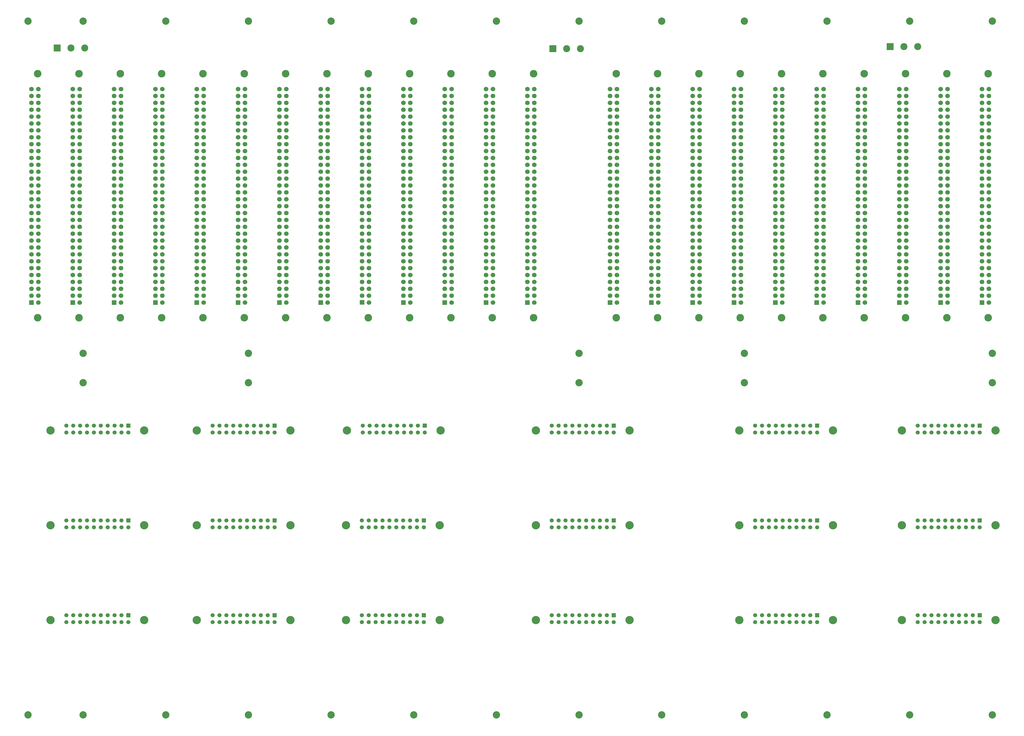
<source format=gbr>
G04 #@! TF.GenerationSoftware,KiCad,Pcbnew,(5.0.0)*
G04 #@! TF.CreationDate,2020-07-19T12:26:23+01:00*
G04 #@! TF.ProjectId,Backplane1,4261636B706C616E65312E6B69636164,rev?*
G04 #@! TF.SameCoordinates,Original*
G04 #@! TF.FileFunction,Soldermask,Top*
G04 #@! TF.FilePolarity,Negative*
%FSLAX46Y46*%
G04 Gerber Fmt 4.6, Leading zero omitted, Abs format (unit mm)*
G04 Created by KiCad (PCBNEW (5.0.0)) date 07/19/20 12:26:23*
%MOMM*%
%LPD*%
G01*
G04 APERTURE LIST*
%ADD10C,2.700000*%
%ADD11R,2.600000X2.600000*%
%ADD12C,2.600000*%
%ADD13C,2.800000*%
%ADD14C,1.700000*%
%ADD15R,1.700000X1.700000*%
%ADD16C,1.520000*%
%ADD17R,1.520000X1.520000*%
%ADD18C,3.050000*%
G04 APERTURE END LIST*
D10*
G04 #@! TO.C,TH335*
X39370000Y-286680000D03*
G04 #@! TD*
G04 #@! TO.C,TH53*
X313690000Y-30830000D03*
G04 #@! TD*
G04 #@! TO.C,TH3*
X222250000Y-164180000D03*
G04 #@! TD*
G04 #@! TO.C,TH4*
X222250000Y-286680000D03*
G04 #@! TD*
G04 #@! TO.C,TH251*
X283210000Y-164180000D03*
G04 #@! TD*
G04 #@! TO.C,TH239*
X100330000Y-164180000D03*
G04 #@! TD*
G04 #@! TO.C,TH235*
X39370000Y-164180000D03*
G04 #@! TD*
G04 #@! TO.C,TH151*
X283210000Y-153330000D03*
G04 #@! TD*
G04 #@! TO.C,TH139*
X100330000Y-153330000D03*
G04 #@! TD*
G04 #@! TO.C,TH135*
X39370000Y-153330000D03*
G04 #@! TD*
G04 #@! TO.C,TH2*
X222250000Y-153330000D03*
G04 #@! TD*
G04 #@! TO.C,TH1*
X222250000Y-30830000D03*
G04 #@! TD*
G04 #@! TO.C,TH45*
X191770000Y-30830000D03*
G04 #@! TD*
G04 #@! TO.C,TH33*
X19050000Y-30830000D03*
G04 #@! TD*
G04 #@! TO.C,TH35*
X39370000Y-30830000D03*
G04 #@! TD*
G04 #@! TO.C,TH37*
X69850000Y-30830000D03*
G04 #@! TD*
G04 #@! TO.C,TH39*
X100330000Y-30830000D03*
G04 #@! TD*
G04 #@! TO.C,TH41*
X130810000Y-30830000D03*
G04 #@! TD*
G04 #@! TO.C,TH43*
X161290000Y-30830000D03*
G04 #@! TD*
G04 #@! TO.C,TH49*
X252730000Y-30830000D03*
G04 #@! TD*
G04 #@! TO.C,TH51*
X283210000Y-30830000D03*
G04 #@! TD*
G04 #@! TO.C,TH55*
X344170000Y-30830000D03*
G04 #@! TD*
G04 #@! TO.C,TH333*
X19050000Y-286680000D03*
G04 #@! TD*
G04 #@! TO.C,TH337*
X69850000Y-286680000D03*
G04 #@! TD*
G04 #@! TO.C,TH339*
X100330000Y-286680000D03*
G04 #@! TD*
G04 #@! TO.C,TH341*
X130810000Y-286680000D03*
G04 #@! TD*
G04 #@! TO.C,TH343*
X161290000Y-286680000D03*
G04 #@! TD*
G04 #@! TO.C,TH345*
X191770000Y-286680000D03*
G04 #@! TD*
G04 #@! TO.C,TH348*
X252730000Y-286680000D03*
G04 #@! TD*
G04 #@! TO.C,TH350*
X283210000Y-286680000D03*
G04 #@! TD*
G04 #@! TO.C,TH352*
X313690000Y-286680000D03*
G04 #@! TD*
G04 #@! TO.C,TH354*
X344170000Y-286680000D03*
G04 #@! TD*
G04 #@! TO.C,TH256*
X374650000Y-164180000D03*
G04 #@! TD*
G04 #@! TO.C,TH156*
X374650000Y-153330000D03*
G04 #@! TD*
G04 #@! TO.C,TH56*
X374650000Y-30830000D03*
G04 #@! TD*
G04 #@! TO.C,TH356*
X374650000Y-286680000D03*
G04 #@! TD*
D11*
G04 #@! TO.C,J1*
X212598000Y-40982900D03*
D12*
X217678000Y-40982900D03*
X222758000Y-40982900D03*
G04 #@! TD*
D13*
G04 #@! TO.C,J34*
X22560000Y-50250000D03*
X22560000Y-140250000D03*
D14*
X22860000Y-55880000D03*
X20320000Y-55880000D03*
X22860000Y-58420000D03*
X20320000Y-58420000D03*
X22860000Y-60960000D03*
X20320000Y-60960000D03*
X22860000Y-63500000D03*
X20320000Y-63500000D03*
X22860000Y-66040000D03*
X20320000Y-66040000D03*
X22860000Y-68580000D03*
X20320000Y-68580000D03*
X22860000Y-71120000D03*
X20320000Y-71120000D03*
X22860000Y-73660000D03*
X20320000Y-73660000D03*
X22860000Y-76200000D03*
X20320000Y-76200000D03*
X22860000Y-78740000D03*
X20320000Y-78740000D03*
X22860000Y-81280000D03*
X20320000Y-81280000D03*
X22860000Y-83820000D03*
X20320000Y-83820000D03*
X22860000Y-86360000D03*
X20320000Y-86360000D03*
X22860000Y-88900000D03*
X20320000Y-88900000D03*
X22860000Y-91440000D03*
X20320000Y-91440000D03*
X22860000Y-93980000D03*
X20320000Y-93980000D03*
X22860000Y-96520000D03*
X20320000Y-96520000D03*
X22860000Y-99060000D03*
X20320000Y-99060000D03*
X22860000Y-101600000D03*
X20320000Y-101600000D03*
X22860000Y-104140000D03*
X20320000Y-104140000D03*
X22860000Y-106680000D03*
X20320000Y-106680000D03*
X22860000Y-109220000D03*
X20320000Y-109220000D03*
X22860000Y-111760000D03*
X20320000Y-111760000D03*
X22860000Y-114300000D03*
X20320000Y-114300000D03*
X22860000Y-116840000D03*
X20320000Y-116840000D03*
X22860000Y-119380000D03*
X20320000Y-119380000D03*
X22860000Y-121920000D03*
X20320000Y-121920000D03*
X22860000Y-124460000D03*
X20320000Y-124460000D03*
X22860000Y-127000000D03*
X20320000Y-127000000D03*
X22860000Y-129540000D03*
X20320000Y-129540000D03*
X22860000Y-132080000D03*
X20320000Y-132080000D03*
X22860000Y-134620000D03*
D15*
X20320000Y-134620000D03*
G04 #@! TD*
D13*
G04 #@! TO.C,J35*
X37800000Y-50250000D03*
X37800000Y-140250000D03*
D14*
X38100000Y-55880000D03*
X35560000Y-55880000D03*
X38100000Y-58420000D03*
X35560000Y-58420000D03*
X38100000Y-60960000D03*
X35560000Y-60960000D03*
X38100000Y-63500000D03*
X35560000Y-63500000D03*
X38100000Y-66040000D03*
X35560000Y-66040000D03*
X38100000Y-68580000D03*
X35560000Y-68580000D03*
X38100000Y-71120000D03*
X35560000Y-71120000D03*
X38100000Y-73660000D03*
X35560000Y-73660000D03*
X38100000Y-76200000D03*
X35560000Y-76200000D03*
X38100000Y-78740000D03*
X35560000Y-78740000D03*
X38100000Y-81280000D03*
X35560000Y-81280000D03*
X38100000Y-83820000D03*
X35560000Y-83820000D03*
X38100000Y-86360000D03*
X35560000Y-86360000D03*
X38100000Y-88900000D03*
X35560000Y-88900000D03*
X38100000Y-91440000D03*
X35560000Y-91440000D03*
X38100000Y-93980000D03*
X35560000Y-93980000D03*
X38100000Y-96520000D03*
X35560000Y-96520000D03*
X38100000Y-99060000D03*
X35560000Y-99060000D03*
X38100000Y-101600000D03*
X35560000Y-101600000D03*
X38100000Y-104140000D03*
X35560000Y-104140000D03*
X38100000Y-106680000D03*
X35560000Y-106680000D03*
X38100000Y-109220000D03*
X35560000Y-109220000D03*
X38100000Y-111760000D03*
X35560000Y-111760000D03*
X38100000Y-114300000D03*
X35560000Y-114300000D03*
X38100000Y-116840000D03*
X35560000Y-116840000D03*
X38100000Y-119380000D03*
X35560000Y-119380000D03*
X38100000Y-121920000D03*
X35560000Y-121920000D03*
X38100000Y-124460000D03*
X35560000Y-124460000D03*
X38100000Y-127000000D03*
X35560000Y-127000000D03*
X38100000Y-129540000D03*
X35560000Y-129540000D03*
X38100000Y-132080000D03*
X35560000Y-132080000D03*
X38100000Y-134620000D03*
D15*
X35560000Y-134620000D03*
G04 #@! TD*
D13*
G04 #@! TO.C,J36*
X53040000Y-50250000D03*
X53040000Y-140250000D03*
D14*
X53340000Y-55880000D03*
X50800000Y-55880000D03*
X53340000Y-58420000D03*
X50800000Y-58420000D03*
X53340000Y-60960000D03*
X50800000Y-60960000D03*
X53340000Y-63500000D03*
X50800000Y-63500000D03*
X53340000Y-66040000D03*
X50800000Y-66040000D03*
X53340000Y-68580000D03*
X50800000Y-68580000D03*
X53340000Y-71120000D03*
X50800000Y-71120000D03*
X53340000Y-73660000D03*
X50800000Y-73660000D03*
X53340000Y-76200000D03*
X50800000Y-76200000D03*
X53340000Y-78740000D03*
X50800000Y-78740000D03*
X53340000Y-81280000D03*
X50800000Y-81280000D03*
X53340000Y-83820000D03*
X50800000Y-83820000D03*
X53340000Y-86360000D03*
X50800000Y-86360000D03*
X53340000Y-88900000D03*
X50800000Y-88900000D03*
X53340000Y-91440000D03*
X50800000Y-91440000D03*
X53340000Y-93980000D03*
X50800000Y-93980000D03*
X53340000Y-96520000D03*
X50800000Y-96520000D03*
X53340000Y-99060000D03*
X50800000Y-99060000D03*
X53340000Y-101600000D03*
X50800000Y-101600000D03*
X53340000Y-104140000D03*
X50800000Y-104140000D03*
X53340000Y-106680000D03*
X50800000Y-106680000D03*
X53340000Y-109220000D03*
X50800000Y-109220000D03*
X53340000Y-111760000D03*
X50800000Y-111760000D03*
X53340000Y-114300000D03*
X50800000Y-114300000D03*
X53340000Y-116840000D03*
X50800000Y-116840000D03*
X53340000Y-119380000D03*
X50800000Y-119380000D03*
X53340000Y-121920000D03*
X50800000Y-121920000D03*
X53340000Y-124460000D03*
X50800000Y-124460000D03*
X53340000Y-127000000D03*
X50800000Y-127000000D03*
X53340000Y-129540000D03*
X50800000Y-129540000D03*
X53340000Y-132080000D03*
X50800000Y-132080000D03*
X53340000Y-134620000D03*
D15*
X50800000Y-134620000D03*
G04 #@! TD*
D13*
G04 #@! TO.C,J46*
X205440000Y-50250000D03*
X205440000Y-140250000D03*
D14*
X205740000Y-55880000D03*
X203200000Y-55880000D03*
X205740000Y-58420000D03*
X203200000Y-58420000D03*
X205740000Y-60960000D03*
X203200000Y-60960000D03*
X205740000Y-63500000D03*
X203200000Y-63500000D03*
X205740000Y-66040000D03*
X203200000Y-66040000D03*
X205740000Y-68580000D03*
X203200000Y-68580000D03*
X205740000Y-71120000D03*
X203200000Y-71120000D03*
X205740000Y-73660000D03*
X203200000Y-73660000D03*
X205740000Y-76200000D03*
X203200000Y-76200000D03*
X205740000Y-78740000D03*
X203200000Y-78740000D03*
X205740000Y-81280000D03*
X203200000Y-81280000D03*
X205740000Y-83820000D03*
X203200000Y-83820000D03*
X205740000Y-86360000D03*
X203200000Y-86360000D03*
X205740000Y-88900000D03*
X203200000Y-88900000D03*
X205740000Y-91440000D03*
X203200000Y-91440000D03*
X205740000Y-93980000D03*
X203200000Y-93980000D03*
X205740000Y-96520000D03*
X203200000Y-96520000D03*
X205740000Y-99060000D03*
X203200000Y-99060000D03*
X205740000Y-101600000D03*
X203200000Y-101600000D03*
X205740000Y-104140000D03*
X203200000Y-104140000D03*
X205740000Y-106680000D03*
X203200000Y-106680000D03*
X205740000Y-109220000D03*
X203200000Y-109220000D03*
X205740000Y-111760000D03*
X203200000Y-111760000D03*
X205740000Y-114300000D03*
X203200000Y-114300000D03*
X205740000Y-116840000D03*
X203200000Y-116840000D03*
X205740000Y-119380000D03*
X203200000Y-119380000D03*
X205740000Y-121920000D03*
X203200000Y-121920000D03*
X205740000Y-124460000D03*
X203200000Y-124460000D03*
X205740000Y-127000000D03*
X203200000Y-127000000D03*
X205740000Y-129540000D03*
X203200000Y-129540000D03*
X205740000Y-132080000D03*
X203200000Y-132080000D03*
X205740000Y-134620000D03*
D15*
X203200000Y-134620000D03*
G04 #@! TD*
D13*
G04 #@! TO.C,J37*
X68280000Y-50250000D03*
X68280000Y-140250000D03*
D14*
X68580000Y-55880000D03*
X66040000Y-55880000D03*
X68580000Y-58420000D03*
X66040000Y-58420000D03*
X68580000Y-60960000D03*
X66040000Y-60960000D03*
X68580000Y-63500000D03*
X66040000Y-63500000D03*
X68580000Y-66040000D03*
X66040000Y-66040000D03*
X68580000Y-68580000D03*
X66040000Y-68580000D03*
X68580000Y-71120000D03*
X66040000Y-71120000D03*
X68580000Y-73660000D03*
X66040000Y-73660000D03*
X68580000Y-76200000D03*
X66040000Y-76200000D03*
X68580000Y-78740000D03*
X66040000Y-78740000D03*
X68580000Y-81280000D03*
X66040000Y-81280000D03*
X68580000Y-83820000D03*
X66040000Y-83820000D03*
X68580000Y-86360000D03*
X66040000Y-86360000D03*
X68580000Y-88900000D03*
X66040000Y-88900000D03*
X68580000Y-91440000D03*
X66040000Y-91440000D03*
X68580000Y-93980000D03*
X66040000Y-93980000D03*
X68580000Y-96520000D03*
X66040000Y-96520000D03*
X68580000Y-99060000D03*
X66040000Y-99060000D03*
X68580000Y-101600000D03*
X66040000Y-101600000D03*
X68580000Y-104140000D03*
X66040000Y-104140000D03*
X68580000Y-106680000D03*
X66040000Y-106680000D03*
X68580000Y-109220000D03*
X66040000Y-109220000D03*
X68580000Y-111760000D03*
X66040000Y-111760000D03*
X68580000Y-114300000D03*
X66040000Y-114300000D03*
X68580000Y-116840000D03*
X66040000Y-116840000D03*
X68580000Y-119380000D03*
X66040000Y-119380000D03*
X68580000Y-121920000D03*
X66040000Y-121920000D03*
X68580000Y-124460000D03*
X66040000Y-124460000D03*
X68580000Y-127000000D03*
X66040000Y-127000000D03*
X68580000Y-129540000D03*
X66040000Y-129540000D03*
X68580000Y-132080000D03*
X66040000Y-132080000D03*
X68580000Y-134620000D03*
D15*
X66040000Y-134620000D03*
G04 #@! TD*
D13*
G04 #@! TO.C,J38*
X83520000Y-50250000D03*
X83520000Y-140250000D03*
D14*
X83820000Y-55880000D03*
X81280000Y-55880000D03*
X83820000Y-58420000D03*
X81280000Y-58420000D03*
X83820000Y-60960000D03*
X81280000Y-60960000D03*
X83820000Y-63500000D03*
X81280000Y-63500000D03*
X83820000Y-66040000D03*
X81280000Y-66040000D03*
X83820000Y-68580000D03*
X81280000Y-68580000D03*
X83820000Y-71120000D03*
X81280000Y-71120000D03*
X83820000Y-73660000D03*
X81280000Y-73660000D03*
X83820000Y-76200000D03*
X81280000Y-76200000D03*
X83820000Y-78740000D03*
X81280000Y-78740000D03*
X83820000Y-81280000D03*
X81280000Y-81280000D03*
X83820000Y-83820000D03*
X81280000Y-83820000D03*
X83820000Y-86360000D03*
X81280000Y-86360000D03*
X83820000Y-88900000D03*
X81280000Y-88900000D03*
X83820000Y-91440000D03*
X81280000Y-91440000D03*
X83820000Y-93980000D03*
X81280000Y-93980000D03*
X83820000Y-96520000D03*
X81280000Y-96520000D03*
X83820000Y-99060000D03*
X81280000Y-99060000D03*
X83820000Y-101600000D03*
X81280000Y-101600000D03*
X83820000Y-104140000D03*
X81280000Y-104140000D03*
X83820000Y-106680000D03*
X81280000Y-106680000D03*
X83820000Y-109220000D03*
X81280000Y-109220000D03*
X83820000Y-111760000D03*
X81280000Y-111760000D03*
X83820000Y-114300000D03*
X81280000Y-114300000D03*
X83820000Y-116840000D03*
X81280000Y-116840000D03*
X83820000Y-119380000D03*
X81280000Y-119380000D03*
X83820000Y-121920000D03*
X81280000Y-121920000D03*
X83820000Y-124460000D03*
X81280000Y-124460000D03*
X83820000Y-127000000D03*
X81280000Y-127000000D03*
X83820000Y-129540000D03*
X81280000Y-129540000D03*
X83820000Y-132080000D03*
X81280000Y-132080000D03*
X83820000Y-134620000D03*
D15*
X81280000Y-134620000D03*
G04 #@! TD*
D13*
G04 #@! TO.C,J39*
X98760000Y-50250000D03*
X98760000Y-140250000D03*
D14*
X99060000Y-55880000D03*
X96520000Y-55880000D03*
X99060000Y-58420000D03*
X96520000Y-58420000D03*
X99060000Y-60960000D03*
X96520000Y-60960000D03*
X99060000Y-63500000D03*
X96520000Y-63500000D03*
X99060000Y-66040000D03*
X96520000Y-66040000D03*
X99060000Y-68580000D03*
X96520000Y-68580000D03*
X99060000Y-71120000D03*
X96520000Y-71120000D03*
X99060000Y-73660000D03*
X96520000Y-73660000D03*
X99060000Y-76200000D03*
X96520000Y-76200000D03*
X99060000Y-78740000D03*
X96520000Y-78740000D03*
X99060000Y-81280000D03*
X96520000Y-81280000D03*
X99060000Y-83820000D03*
X96520000Y-83820000D03*
X99060000Y-86360000D03*
X96520000Y-86360000D03*
X99060000Y-88900000D03*
X96520000Y-88900000D03*
X99060000Y-91440000D03*
X96520000Y-91440000D03*
X99060000Y-93980000D03*
X96520000Y-93980000D03*
X99060000Y-96520000D03*
X96520000Y-96520000D03*
X99060000Y-99060000D03*
X96520000Y-99060000D03*
X99060000Y-101600000D03*
X96520000Y-101600000D03*
X99060000Y-104140000D03*
X96520000Y-104140000D03*
X99060000Y-106680000D03*
X96520000Y-106680000D03*
X99060000Y-109220000D03*
X96520000Y-109220000D03*
X99060000Y-111760000D03*
X96520000Y-111760000D03*
X99060000Y-114300000D03*
X96520000Y-114300000D03*
X99060000Y-116840000D03*
X96520000Y-116840000D03*
X99060000Y-119380000D03*
X96520000Y-119380000D03*
X99060000Y-121920000D03*
X96520000Y-121920000D03*
X99060000Y-124460000D03*
X96520000Y-124460000D03*
X99060000Y-127000000D03*
X96520000Y-127000000D03*
X99060000Y-129540000D03*
X96520000Y-129540000D03*
X99060000Y-132080000D03*
X96520000Y-132080000D03*
X99060000Y-134620000D03*
D15*
X96520000Y-134620000D03*
G04 #@! TD*
D13*
G04 #@! TO.C,J40*
X114000000Y-50250000D03*
X114000000Y-140250000D03*
D14*
X114300000Y-55880000D03*
X111760000Y-55880000D03*
X114300000Y-58420000D03*
X111760000Y-58420000D03*
X114300000Y-60960000D03*
X111760000Y-60960000D03*
X114300000Y-63500000D03*
X111760000Y-63500000D03*
X114300000Y-66040000D03*
X111760000Y-66040000D03*
X114300000Y-68580000D03*
X111760000Y-68580000D03*
X114300000Y-71120000D03*
X111760000Y-71120000D03*
X114300000Y-73660000D03*
X111760000Y-73660000D03*
X114300000Y-76200000D03*
X111760000Y-76200000D03*
X114300000Y-78740000D03*
X111760000Y-78740000D03*
X114300000Y-81280000D03*
X111760000Y-81280000D03*
X114300000Y-83820000D03*
X111760000Y-83820000D03*
X114300000Y-86360000D03*
X111760000Y-86360000D03*
X114300000Y-88900000D03*
X111760000Y-88900000D03*
X114300000Y-91440000D03*
X111760000Y-91440000D03*
X114300000Y-93980000D03*
X111760000Y-93980000D03*
X114300000Y-96520000D03*
X111760000Y-96520000D03*
X114300000Y-99060000D03*
X111760000Y-99060000D03*
X114300000Y-101600000D03*
X111760000Y-101600000D03*
X114300000Y-104140000D03*
X111760000Y-104140000D03*
X114300000Y-106680000D03*
X111760000Y-106680000D03*
X114300000Y-109220000D03*
X111760000Y-109220000D03*
X114300000Y-111760000D03*
X111760000Y-111760000D03*
X114300000Y-114300000D03*
X111760000Y-114300000D03*
X114300000Y-116840000D03*
X111760000Y-116840000D03*
X114300000Y-119380000D03*
X111760000Y-119380000D03*
X114300000Y-121920000D03*
X111760000Y-121920000D03*
X114300000Y-124460000D03*
X111760000Y-124460000D03*
X114300000Y-127000000D03*
X111760000Y-127000000D03*
X114300000Y-129540000D03*
X111760000Y-129540000D03*
X114300000Y-132080000D03*
X111760000Y-132080000D03*
X114300000Y-134620000D03*
D15*
X111760000Y-134620000D03*
G04 #@! TD*
D13*
G04 #@! TO.C,J41*
X129240000Y-50250000D03*
X129240000Y-140250000D03*
D14*
X129540000Y-55880000D03*
X127000000Y-55880000D03*
X129540000Y-58420000D03*
X127000000Y-58420000D03*
X129540000Y-60960000D03*
X127000000Y-60960000D03*
X129540000Y-63500000D03*
X127000000Y-63500000D03*
X129540000Y-66040000D03*
X127000000Y-66040000D03*
X129540000Y-68580000D03*
X127000000Y-68580000D03*
X129540000Y-71120000D03*
X127000000Y-71120000D03*
X129540000Y-73660000D03*
X127000000Y-73660000D03*
X129540000Y-76200000D03*
X127000000Y-76200000D03*
X129540000Y-78740000D03*
X127000000Y-78740000D03*
X129540000Y-81280000D03*
X127000000Y-81280000D03*
X129540000Y-83820000D03*
X127000000Y-83820000D03*
X129540000Y-86360000D03*
X127000000Y-86360000D03*
X129540000Y-88900000D03*
X127000000Y-88900000D03*
X129540000Y-91440000D03*
X127000000Y-91440000D03*
X129540000Y-93980000D03*
X127000000Y-93980000D03*
X129540000Y-96520000D03*
X127000000Y-96520000D03*
X129540000Y-99060000D03*
X127000000Y-99060000D03*
X129540000Y-101600000D03*
X127000000Y-101600000D03*
X129540000Y-104140000D03*
X127000000Y-104140000D03*
X129540000Y-106680000D03*
X127000000Y-106680000D03*
X129540000Y-109220000D03*
X127000000Y-109220000D03*
X129540000Y-111760000D03*
X127000000Y-111760000D03*
X129540000Y-114300000D03*
X127000000Y-114300000D03*
X129540000Y-116840000D03*
X127000000Y-116840000D03*
X129540000Y-119380000D03*
X127000000Y-119380000D03*
X129540000Y-121920000D03*
X127000000Y-121920000D03*
X129540000Y-124460000D03*
X127000000Y-124460000D03*
X129540000Y-127000000D03*
X127000000Y-127000000D03*
X129540000Y-129540000D03*
X127000000Y-129540000D03*
X129540000Y-132080000D03*
X127000000Y-132080000D03*
X129540000Y-134620000D03*
D15*
X127000000Y-134620000D03*
G04 #@! TD*
D13*
G04 #@! TO.C,J42*
X144480000Y-50250000D03*
X144480000Y-140250000D03*
D14*
X144780000Y-55880000D03*
X142240000Y-55880000D03*
X144780000Y-58420000D03*
X142240000Y-58420000D03*
X144780000Y-60960000D03*
X142240000Y-60960000D03*
X144780000Y-63500000D03*
X142240000Y-63500000D03*
X144780000Y-66040000D03*
X142240000Y-66040000D03*
X144780000Y-68580000D03*
X142240000Y-68580000D03*
X144780000Y-71120000D03*
X142240000Y-71120000D03*
X144780000Y-73660000D03*
X142240000Y-73660000D03*
X144780000Y-76200000D03*
X142240000Y-76200000D03*
X144780000Y-78740000D03*
X142240000Y-78740000D03*
X144780000Y-81280000D03*
X142240000Y-81280000D03*
X144780000Y-83820000D03*
X142240000Y-83820000D03*
X144780000Y-86360000D03*
X142240000Y-86360000D03*
X144780000Y-88900000D03*
X142240000Y-88900000D03*
X144780000Y-91440000D03*
X142240000Y-91440000D03*
X144780000Y-93980000D03*
X142240000Y-93980000D03*
X144780000Y-96520000D03*
X142240000Y-96520000D03*
X144780000Y-99060000D03*
X142240000Y-99060000D03*
X144780000Y-101600000D03*
X142240000Y-101600000D03*
X144780000Y-104140000D03*
X142240000Y-104140000D03*
X144780000Y-106680000D03*
X142240000Y-106680000D03*
X144780000Y-109220000D03*
X142240000Y-109220000D03*
X144780000Y-111760000D03*
X142240000Y-111760000D03*
X144780000Y-114300000D03*
X142240000Y-114300000D03*
X144780000Y-116840000D03*
X142240000Y-116840000D03*
X144780000Y-119380000D03*
X142240000Y-119380000D03*
X144780000Y-121920000D03*
X142240000Y-121920000D03*
X144780000Y-124460000D03*
X142240000Y-124460000D03*
X144780000Y-127000000D03*
X142240000Y-127000000D03*
X144780000Y-129540000D03*
X142240000Y-129540000D03*
X144780000Y-132080000D03*
X142240000Y-132080000D03*
X144780000Y-134620000D03*
D15*
X142240000Y-134556000D03*
G04 #@! TD*
D13*
G04 #@! TO.C,J43*
X159720000Y-50250000D03*
X159720000Y-140250000D03*
D14*
X160020000Y-55880000D03*
X157480000Y-55880000D03*
X160020000Y-58420000D03*
X157480000Y-58420000D03*
X160020000Y-60960000D03*
X157480000Y-60960000D03*
X160020000Y-63500000D03*
X157480000Y-63500000D03*
X160020000Y-66040000D03*
X157480000Y-66040000D03*
X160020000Y-68580000D03*
X157480000Y-68580000D03*
X160020000Y-71120000D03*
X157480000Y-71120000D03*
X160020000Y-73660000D03*
X157480000Y-73660000D03*
X160020000Y-76200000D03*
X157480000Y-76200000D03*
X160020000Y-78740000D03*
X157480000Y-78740000D03*
X160020000Y-81280000D03*
X157480000Y-81280000D03*
X160020000Y-83820000D03*
X157480000Y-83820000D03*
X160020000Y-86360000D03*
X157480000Y-86360000D03*
X160020000Y-88900000D03*
X157480000Y-88900000D03*
X160020000Y-91440000D03*
X157480000Y-91440000D03*
X160020000Y-93980000D03*
X157480000Y-93980000D03*
X160020000Y-96520000D03*
X157480000Y-96520000D03*
X160020000Y-99060000D03*
X157480000Y-99060000D03*
X160020000Y-101600000D03*
X157480000Y-101600000D03*
X160020000Y-104140000D03*
X157480000Y-104140000D03*
X160020000Y-106680000D03*
X157480000Y-106680000D03*
X160020000Y-109220000D03*
X157480000Y-109220000D03*
X160020000Y-111760000D03*
X157480000Y-111760000D03*
X160020000Y-114300000D03*
X157480000Y-114300000D03*
X160020000Y-116840000D03*
X157480000Y-116840000D03*
X160020000Y-119380000D03*
X157480000Y-119380000D03*
X160020000Y-121920000D03*
X157480000Y-121920000D03*
X160020000Y-124460000D03*
X157480000Y-124460000D03*
X160020000Y-127000000D03*
X157480000Y-127000000D03*
X160020000Y-129540000D03*
X157480000Y-129540000D03*
X160020000Y-132080000D03*
X157480000Y-132080000D03*
X160020000Y-134620000D03*
D15*
X157480000Y-134620000D03*
G04 #@! TD*
D13*
G04 #@! TO.C,J44*
X174960000Y-50250000D03*
X174960000Y-140250000D03*
D14*
X175260000Y-55880000D03*
X172720000Y-55880000D03*
X175260000Y-58420000D03*
X172720000Y-58420000D03*
X175260000Y-60960000D03*
X172720000Y-60960000D03*
X175260000Y-63500000D03*
X172720000Y-63500000D03*
X175260000Y-66040000D03*
X172720000Y-66040000D03*
X175260000Y-68580000D03*
X172720000Y-68580000D03*
X175260000Y-71120000D03*
X172720000Y-71120000D03*
X175260000Y-73660000D03*
X172720000Y-73660000D03*
X175260000Y-76200000D03*
X172720000Y-76200000D03*
X175260000Y-78740000D03*
X172720000Y-78740000D03*
X175260000Y-81280000D03*
X172720000Y-81280000D03*
X175260000Y-83820000D03*
X172720000Y-83820000D03*
X175260000Y-86360000D03*
X172720000Y-86360000D03*
X175260000Y-88900000D03*
X172720000Y-88900000D03*
X175260000Y-91440000D03*
X172720000Y-91440000D03*
X175260000Y-93980000D03*
X172720000Y-93980000D03*
X175260000Y-96520000D03*
X172720000Y-96520000D03*
X175260000Y-99060000D03*
X172720000Y-99060000D03*
X175260000Y-101600000D03*
X172720000Y-101600000D03*
X175260000Y-104140000D03*
X172720000Y-104140000D03*
X175260000Y-106680000D03*
X172720000Y-106680000D03*
X175260000Y-109220000D03*
X172720000Y-109220000D03*
X175260000Y-111760000D03*
X172720000Y-111760000D03*
X175260000Y-114300000D03*
X172720000Y-114300000D03*
X175260000Y-116840000D03*
X172720000Y-116840000D03*
X175260000Y-119380000D03*
X172720000Y-119380000D03*
X175260000Y-121920000D03*
X172720000Y-121920000D03*
X175260000Y-124460000D03*
X172720000Y-124460000D03*
X175260000Y-127000000D03*
X172720000Y-127000000D03*
X175260000Y-129540000D03*
X172720000Y-129540000D03*
X175260000Y-132080000D03*
X172720000Y-132080000D03*
X175260000Y-134620000D03*
D15*
X172720000Y-134620000D03*
G04 #@! TD*
D13*
G04 #@! TO.C,J45*
X190200000Y-50250000D03*
X190200000Y-140250000D03*
D14*
X190500000Y-55880000D03*
X187960000Y-55880000D03*
X190500000Y-58420000D03*
X187960000Y-58420000D03*
X190500000Y-60960000D03*
X187960000Y-60960000D03*
X190500000Y-63500000D03*
X187960000Y-63500000D03*
X190500000Y-66040000D03*
X187960000Y-66040000D03*
X190500000Y-68580000D03*
X187960000Y-68580000D03*
X190500000Y-71120000D03*
X187960000Y-71120000D03*
X190500000Y-73660000D03*
X187960000Y-73660000D03*
X190500000Y-76200000D03*
X187960000Y-76200000D03*
X190500000Y-78740000D03*
X187960000Y-78740000D03*
X190500000Y-81280000D03*
X187960000Y-81280000D03*
X190500000Y-83820000D03*
X187960000Y-83820000D03*
X190500000Y-86360000D03*
X187960000Y-86360000D03*
X190500000Y-88900000D03*
X187960000Y-88900000D03*
X190500000Y-91440000D03*
X187960000Y-91440000D03*
X190500000Y-93980000D03*
X187960000Y-93980000D03*
X190500000Y-96520000D03*
X187960000Y-96520000D03*
X190500000Y-99060000D03*
X187960000Y-99060000D03*
X190500000Y-101600000D03*
X187960000Y-101600000D03*
X190500000Y-104140000D03*
X187960000Y-104140000D03*
X190500000Y-106680000D03*
X187960000Y-106680000D03*
X190500000Y-109220000D03*
X187960000Y-109220000D03*
X190500000Y-111760000D03*
X187960000Y-111760000D03*
X190500000Y-114300000D03*
X187960000Y-114300000D03*
X190500000Y-116840000D03*
X187960000Y-116840000D03*
X190500000Y-119380000D03*
X187960000Y-119380000D03*
X190500000Y-121920000D03*
X187960000Y-121920000D03*
X190500000Y-124460000D03*
X187960000Y-124460000D03*
X190500000Y-127000000D03*
X187960000Y-127000000D03*
X190500000Y-129540000D03*
X187960000Y-129540000D03*
X190500000Y-132080000D03*
X187960000Y-132080000D03*
X190500000Y-134620000D03*
D15*
X187960000Y-134620000D03*
G04 #@! TD*
D13*
G04 #@! TO.C,J47*
X235920000Y-50250000D03*
X235920000Y-140250000D03*
D14*
X236220000Y-55880000D03*
X233680000Y-55880000D03*
X236220000Y-58420000D03*
X233680000Y-58420000D03*
X236220000Y-60960000D03*
X233680000Y-60960000D03*
X236220000Y-63500000D03*
X233680000Y-63500000D03*
X236220000Y-66040000D03*
X233680000Y-66040000D03*
X236220000Y-68580000D03*
X233680000Y-68580000D03*
X236220000Y-71120000D03*
X233680000Y-71120000D03*
X236220000Y-73660000D03*
X233680000Y-73660000D03*
X236220000Y-76200000D03*
X233680000Y-76200000D03*
X236220000Y-78740000D03*
X233680000Y-78740000D03*
X236220000Y-81280000D03*
X233680000Y-81280000D03*
X236220000Y-83820000D03*
X233680000Y-83820000D03*
X236220000Y-86360000D03*
X233680000Y-86360000D03*
X236220000Y-88900000D03*
X233680000Y-88900000D03*
X236220000Y-91440000D03*
X233680000Y-91440000D03*
X236220000Y-93980000D03*
X233680000Y-93980000D03*
X236220000Y-96520000D03*
X233680000Y-96520000D03*
X236220000Y-99060000D03*
X233680000Y-99060000D03*
X236220000Y-101600000D03*
X233680000Y-101600000D03*
X236220000Y-104140000D03*
X233680000Y-104140000D03*
X236220000Y-106680000D03*
X233680000Y-106680000D03*
X236220000Y-109220000D03*
X233680000Y-109220000D03*
X236220000Y-111760000D03*
X233680000Y-111760000D03*
X236220000Y-114300000D03*
X233680000Y-114300000D03*
X236220000Y-116840000D03*
X233680000Y-116840000D03*
X236220000Y-119380000D03*
X233680000Y-119380000D03*
X236220000Y-121920000D03*
X233680000Y-121920000D03*
X236220000Y-124460000D03*
X233680000Y-124460000D03*
X236220000Y-127000000D03*
X233680000Y-127000000D03*
X236220000Y-129540000D03*
X233680000Y-129540000D03*
X236220000Y-132080000D03*
X233680000Y-132080000D03*
X236220000Y-134620000D03*
D15*
X233680000Y-134620000D03*
G04 #@! TD*
D13*
G04 #@! TO.C,J48*
X251160000Y-50250000D03*
X251160000Y-140250000D03*
D14*
X251460000Y-55880000D03*
X248920000Y-55880000D03*
X251460000Y-58420000D03*
X248920000Y-58420000D03*
X251460000Y-60960000D03*
X248920000Y-60960000D03*
X251460000Y-63500000D03*
X248920000Y-63500000D03*
X251460000Y-66040000D03*
X248920000Y-66040000D03*
X251460000Y-68580000D03*
X248920000Y-68580000D03*
X251460000Y-71120000D03*
X248920000Y-71120000D03*
X251460000Y-73660000D03*
X248920000Y-73660000D03*
X251460000Y-76200000D03*
X248920000Y-76200000D03*
X251460000Y-78740000D03*
X248920000Y-78740000D03*
X251460000Y-81280000D03*
X248920000Y-81280000D03*
X251460000Y-83820000D03*
X248920000Y-83820000D03*
X251460000Y-86360000D03*
X248920000Y-86360000D03*
X251460000Y-88900000D03*
X248920000Y-88900000D03*
X251460000Y-91440000D03*
X248920000Y-91440000D03*
X251460000Y-93980000D03*
X248920000Y-93980000D03*
X251460000Y-96520000D03*
X248920000Y-96520000D03*
X251460000Y-99060000D03*
X248920000Y-99060000D03*
X251460000Y-101600000D03*
X248920000Y-101600000D03*
X251460000Y-104140000D03*
X248920000Y-104140000D03*
X251460000Y-106680000D03*
X248920000Y-106680000D03*
X251460000Y-109220000D03*
X248920000Y-109220000D03*
X251460000Y-111760000D03*
X248920000Y-111760000D03*
X251460000Y-114300000D03*
X248920000Y-114300000D03*
X251460000Y-116840000D03*
X248920000Y-116840000D03*
X251460000Y-119380000D03*
X248920000Y-119380000D03*
X251460000Y-121920000D03*
X248920000Y-121920000D03*
X251460000Y-124460000D03*
X248920000Y-124460000D03*
X251460000Y-127000000D03*
X248920000Y-127000000D03*
X251460000Y-129540000D03*
X248920000Y-129540000D03*
X251460000Y-132080000D03*
X248920000Y-132080000D03*
X251460000Y-134620000D03*
D15*
X248920000Y-134620000D03*
G04 #@! TD*
D13*
G04 #@! TO.C,J49*
X266400000Y-50250000D03*
X266400000Y-140250000D03*
D14*
X266700000Y-55880000D03*
X264160000Y-55880000D03*
X266700000Y-58420000D03*
X264160000Y-58420000D03*
X266700000Y-60960000D03*
X264160000Y-60960000D03*
X266700000Y-63500000D03*
X264160000Y-63500000D03*
X266700000Y-66040000D03*
X264160000Y-66040000D03*
X266700000Y-68580000D03*
X264160000Y-68580000D03*
X266700000Y-71120000D03*
X264160000Y-71120000D03*
X266700000Y-73660000D03*
X264160000Y-73660000D03*
X266700000Y-76200000D03*
X264160000Y-76200000D03*
X266700000Y-78740000D03*
X264160000Y-78740000D03*
X266700000Y-81280000D03*
X264160000Y-81280000D03*
X266700000Y-83820000D03*
X264160000Y-83820000D03*
X266700000Y-86360000D03*
X264160000Y-86360000D03*
X266700000Y-88900000D03*
X264160000Y-88900000D03*
X266700000Y-91440000D03*
X264160000Y-91440000D03*
X266700000Y-93980000D03*
X264160000Y-93980000D03*
X266700000Y-96520000D03*
X264160000Y-96520000D03*
X266700000Y-99060000D03*
X264160000Y-99060000D03*
X266700000Y-101600000D03*
X264160000Y-101600000D03*
X266700000Y-104140000D03*
X264160000Y-104140000D03*
X266700000Y-106680000D03*
X264160000Y-106680000D03*
X266700000Y-109220000D03*
X264160000Y-109220000D03*
X266700000Y-111760000D03*
X264160000Y-111760000D03*
X266700000Y-114300000D03*
X264160000Y-114300000D03*
X266700000Y-116840000D03*
X264160000Y-116840000D03*
X266700000Y-119380000D03*
X264160000Y-119380000D03*
X266700000Y-121920000D03*
X264160000Y-121920000D03*
X266700000Y-124460000D03*
X264160000Y-124460000D03*
X266700000Y-127000000D03*
X264160000Y-127000000D03*
X266700000Y-129540000D03*
X264160000Y-129540000D03*
X266700000Y-132080000D03*
X264160000Y-132080000D03*
X266700000Y-134620000D03*
D15*
X264160000Y-134620000D03*
G04 #@! TD*
D13*
G04 #@! TO.C,J50*
X281640000Y-50250000D03*
X281640000Y-140250000D03*
D14*
X281940000Y-55880000D03*
X279400000Y-55880000D03*
X281940000Y-58420000D03*
X279400000Y-58420000D03*
X281940000Y-60960000D03*
X279400000Y-60960000D03*
X281940000Y-63500000D03*
X279400000Y-63500000D03*
X281940000Y-66040000D03*
X279400000Y-66040000D03*
X281940000Y-68580000D03*
X279400000Y-68580000D03*
X281940000Y-71120000D03*
X279400000Y-71120000D03*
X281940000Y-73660000D03*
X279400000Y-73660000D03*
X281940000Y-76200000D03*
X279400000Y-76200000D03*
X281940000Y-78740000D03*
X279400000Y-78740000D03*
X281940000Y-81280000D03*
X279400000Y-81280000D03*
X281940000Y-83820000D03*
X279400000Y-83820000D03*
X281940000Y-86360000D03*
X279400000Y-86360000D03*
X281940000Y-88900000D03*
X279400000Y-88900000D03*
X281940000Y-91440000D03*
X279400000Y-91440000D03*
X281940000Y-93980000D03*
X279400000Y-93980000D03*
X281940000Y-96520000D03*
X279400000Y-96520000D03*
X281940000Y-99060000D03*
X279400000Y-99060000D03*
X281940000Y-101600000D03*
X279400000Y-101600000D03*
X281940000Y-104140000D03*
X279400000Y-104140000D03*
X281940000Y-106680000D03*
X279400000Y-106680000D03*
X281940000Y-109220000D03*
X279400000Y-109220000D03*
X281940000Y-111760000D03*
X279400000Y-111760000D03*
X281940000Y-114300000D03*
X279400000Y-114300000D03*
X281940000Y-116840000D03*
X279400000Y-116840000D03*
X281940000Y-119380000D03*
X279400000Y-119380000D03*
X281940000Y-121920000D03*
X279400000Y-121920000D03*
X281940000Y-124460000D03*
X279400000Y-124460000D03*
X281940000Y-127000000D03*
X279400000Y-127000000D03*
X281940000Y-129540000D03*
X279400000Y-129540000D03*
X281940000Y-132080000D03*
X279400000Y-132080000D03*
X281940000Y-134620000D03*
D15*
X279400000Y-134620000D03*
G04 #@! TD*
D13*
G04 #@! TO.C,J51*
X296880000Y-50250000D03*
X296880000Y-140250000D03*
D14*
X297180000Y-55880000D03*
X294640000Y-55880000D03*
X297180000Y-58420000D03*
X294640000Y-58420000D03*
X297180000Y-60960000D03*
X294640000Y-60960000D03*
X297180000Y-63500000D03*
X294640000Y-63500000D03*
X297180000Y-66040000D03*
X294640000Y-66040000D03*
X297180000Y-68580000D03*
X294640000Y-68580000D03*
X297180000Y-71120000D03*
X294640000Y-71120000D03*
X297180000Y-73660000D03*
X294640000Y-73660000D03*
X297180000Y-76200000D03*
X294640000Y-76200000D03*
X297180000Y-78740000D03*
X294640000Y-78740000D03*
X297180000Y-81280000D03*
X294640000Y-81280000D03*
X297180000Y-83820000D03*
X294640000Y-83820000D03*
X297180000Y-86360000D03*
X294640000Y-86360000D03*
X297180000Y-88900000D03*
X294640000Y-88900000D03*
X297180000Y-91440000D03*
X294640000Y-91440000D03*
X297180000Y-93980000D03*
X294640000Y-93980000D03*
X297180000Y-96520000D03*
X294640000Y-96520000D03*
X297180000Y-99060000D03*
X294640000Y-99060000D03*
X297180000Y-101600000D03*
X294640000Y-101600000D03*
X297180000Y-104140000D03*
X294640000Y-104140000D03*
X297180000Y-106680000D03*
X294640000Y-106680000D03*
X297180000Y-109220000D03*
X294640000Y-109220000D03*
X297180000Y-111760000D03*
X294640000Y-111760000D03*
X297180000Y-114300000D03*
X294640000Y-114300000D03*
X297180000Y-116840000D03*
X294640000Y-116840000D03*
X297180000Y-119380000D03*
X294640000Y-119380000D03*
X297180000Y-121920000D03*
X294640000Y-121920000D03*
X297180000Y-124460000D03*
X294640000Y-124460000D03*
X297180000Y-127000000D03*
X294640000Y-127000000D03*
X297180000Y-129540000D03*
X294640000Y-129540000D03*
X297180000Y-132080000D03*
X294640000Y-132080000D03*
X297180000Y-134620000D03*
D15*
X294640000Y-134620000D03*
G04 #@! TD*
D13*
G04 #@! TO.C,J52*
X312120000Y-50250000D03*
X312120000Y-140250000D03*
D14*
X312420000Y-55880000D03*
X309880000Y-55880000D03*
X312420000Y-58420000D03*
X309880000Y-58420000D03*
X312420000Y-60960000D03*
X309880000Y-60960000D03*
X312420000Y-63500000D03*
X309880000Y-63500000D03*
X312420000Y-66040000D03*
X309880000Y-66040000D03*
X312420000Y-68580000D03*
X309880000Y-68580000D03*
X312420000Y-71120000D03*
X309880000Y-71120000D03*
X312420000Y-73660000D03*
X309880000Y-73660000D03*
X312420000Y-76200000D03*
X309880000Y-76200000D03*
X312420000Y-78740000D03*
X309880000Y-78740000D03*
X312420000Y-81280000D03*
X309880000Y-81280000D03*
X312420000Y-83820000D03*
X309880000Y-83820000D03*
X312420000Y-86360000D03*
X309880000Y-86360000D03*
X312420000Y-88900000D03*
X309880000Y-88900000D03*
X312420000Y-91440000D03*
X309880000Y-91440000D03*
X312420000Y-93980000D03*
X309880000Y-93980000D03*
X312420000Y-96520000D03*
X309880000Y-96520000D03*
X312420000Y-99060000D03*
X309880000Y-99060000D03*
X312420000Y-101600000D03*
X309880000Y-101600000D03*
X312420000Y-104140000D03*
X309880000Y-104140000D03*
X312420000Y-106680000D03*
X309880000Y-106680000D03*
X312420000Y-109220000D03*
X309880000Y-109220000D03*
X312420000Y-111760000D03*
X309880000Y-111760000D03*
X312420000Y-114300000D03*
X309880000Y-114300000D03*
X312420000Y-116840000D03*
X309880000Y-116840000D03*
X312420000Y-119380000D03*
X309880000Y-119380000D03*
X312420000Y-121920000D03*
X309880000Y-121920000D03*
X312420000Y-124460000D03*
X309880000Y-124460000D03*
X312420000Y-127000000D03*
X309880000Y-127000000D03*
X312420000Y-129540000D03*
X309880000Y-129540000D03*
X312420000Y-132080000D03*
X309880000Y-132080000D03*
X312420000Y-134620000D03*
D15*
X309880000Y-134620000D03*
G04 #@! TD*
D13*
G04 #@! TO.C,J53*
X327360000Y-50250000D03*
X327360000Y-140250000D03*
D14*
X327660000Y-55880000D03*
X325120000Y-55880000D03*
X327660000Y-58420000D03*
X325120000Y-58420000D03*
X327660000Y-60960000D03*
X325120000Y-60960000D03*
X327660000Y-63500000D03*
X325120000Y-63500000D03*
X327660000Y-66040000D03*
X325120000Y-66040000D03*
X327660000Y-68580000D03*
X325120000Y-68580000D03*
X327660000Y-71120000D03*
X325120000Y-71120000D03*
X327660000Y-73660000D03*
X325120000Y-73660000D03*
X327660000Y-76200000D03*
X325120000Y-76200000D03*
X327660000Y-78740000D03*
X325120000Y-78740000D03*
X327660000Y-81280000D03*
X325120000Y-81280000D03*
X327660000Y-83820000D03*
X325120000Y-83820000D03*
X327660000Y-86360000D03*
X325120000Y-86360000D03*
X327660000Y-88900000D03*
X325120000Y-88900000D03*
X327660000Y-91440000D03*
X325120000Y-91440000D03*
X327660000Y-93980000D03*
X325120000Y-93980000D03*
X327660000Y-96520000D03*
X325120000Y-96520000D03*
X327660000Y-99060000D03*
X325120000Y-99060000D03*
X327660000Y-101600000D03*
X325120000Y-101600000D03*
X327660000Y-104140000D03*
X325120000Y-104140000D03*
X327660000Y-106680000D03*
X325120000Y-106680000D03*
X327660000Y-109220000D03*
X325120000Y-109220000D03*
X327660000Y-111760000D03*
X325120000Y-111760000D03*
X327660000Y-114300000D03*
X325120000Y-114300000D03*
X327660000Y-116840000D03*
X325120000Y-116840000D03*
X327660000Y-119380000D03*
X325120000Y-119380000D03*
X327660000Y-121920000D03*
X325120000Y-121920000D03*
X327660000Y-124460000D03*
X325120000Y-124460000D03*
X327660000Y-127000000D03*
X325120000Y-127000000D03*
X327660000Y-129540000D03*
X325120000Y-129540000D03*
X327660000Y-132080000D03*
X325120000Y-132080000D03*
X327660000Y-134620000D03*
D15*
X325120000Y-134620000D03*
G04 #@! TD*
D13*
G04 #@! TO.C,J54*
X342600000Y-50250000D03*
X342600000Y-140250000D03*
D14*
X342900000Y-55880000D03*
X340360000Y-55880000D03*
X342900000Y-58420000D03*
X340360000Y-58420000D03*
X342900000Y-60960000D03*
X340360000Y-60960000D03*
X342900000Y-63500000D03*
X340360000Y-63500000D03*
X342900000Y-66040000D03*
X340360000Y-66040000D03*
X342900000Y-68580000D03*
X340360000Y-68580000D03*
X342900000Y-71120000D03*
X340360000Y-71120000D03*
X342900000Y-73660000D03*
X340360000Y-73660000D03*
X342900000Y-76200000D03*
X340360000Y-76200000D03*
X342900000Y-78740000D03*
X340360000Y-78740000D03*
X342900000Y-81280000D03*
X340360000Y-81280000D03*
X342900000Y-83820000D03*
X340360000Y-83820000D03*
X342900000Y-86360000D03*
X340360000Y-86360000D03*
X342900000Y-88900000D03*
X340360000Y-88900000D03*
X342900000Y-91440000D03*
X340360000Y-91440000D03*
X342900000Y-93980000D03*
X340360000Y-93980000D03*
X342900000Y-96520000D03*
X340360000Y-96520000D03*
X342900000Y-99060000D03*
X340360000Y-99060000D03*
X342900000Y-101600000D03*
X340360000Y-101600000D03*
X342900000Y-104140000D03*
X340360000Y-104140000D03*
X342900000Y-106680000D03*
X340360000Y-106680000D03*
X342900000Y-109220000D03*
X340360000Y-109220000D03*
X342900000Y-111760000D03*
X340360000Y-111760000D03*
X342900000Y-114300000D03*
X340360000Y-114300000D03*
X342900000Y-116840000D03*
X340360000Y-116840000D03*
X342900000Y-119380000D03*
X340360000Y-119380000D03*
X342900000Y-121920000D03*
X340360000Y-121920000D03*
X342900000Y-124460000D03*
X340360000Y-124460000D03*
X342900000Y-127000000D03*
X340360000Y-127000000D03*
X342900000Y-129540000D03*
X340360000Y-129540000D03*
X342900000Y-132080000D03*
X340360000Y-132080000D03*
X342900000Y-134620000D03*
D15*
X340360000Y-134620000D03*
G04 #@! TD*
D13*
G04 #@! TO.C,J55*
X357840000Y-50250000D03*
X357840000Y-140250000D03*
D14*
X358140000Y-55880000D03*
X355600000Y-55880000D03*
X358140000Y-58420000D03*
X355600000Y-58420000D03*
X358140000Y-60960000D03*
X355600000Y-60960000D03*
X358140000Y-63500000D03*
X355600000Y-63500000D03*
X358140000Y-66040000D03*
X355600000Y-66040000D03*
X358140000Y-68580000D03*
X355600000Y-68580000D03*
X358140000Y-71120000D03*
X355600000Y-71120000D03*
X358140000Y-73660000D03*
X355600000Y-73660000D03*
X358140000Y-76200000D03*
X355600000Y-76200000D03*
X358140000Y-78740000D03*
X355600000Y-78740000D03*
X358140000Y-81280000D03*
X355600000Y-81280000D03*
X358140000Y-83820000D03*
X355600000Y-83820000D03*
X358140000Y-86360000D03*
X355600000Y-86360000D03*
X358140000Y-88900000D03*
X355600000Y-88900000D03*
X358140000Y-91440000D03*
X355600000Y-91440000D03*
X358140000Y-93980000D03*
X355600000Y-93980000D03*
X358140000Y-96520000D03*
X355600000Y-96520000D03*
X358140000Y-99060000D03*
X355600000Y-99060000D03*
X358140000Y-101600000D03*
X355600000Y-101600000D03*
X358140000Y-104140000D03*
X355600000Y-104140000D03*
X358140000Y-106680000D03*
X355600000Y-106680000D03*
X358140000Y-109220000D03*
X355600000Y-109220000D03*
X358140000Y-111760000D03*
X355600000Y-111760000D03*
X358140000Y-114300000D03*
X355600000Y-114300000D03*
X358140000Y-116840000D03*
X355600000Y-116840000D03*
X358140000Y-119380000D03*
X355600000Y-119380000D03*
X358140000Y-121920000D03*
X355600000Y-121920000D03*
X358140000Y-124460000D03*
X355600000Y-124460000D03*
X358140000Y-127000000D03*
X355600000Y-127000000D03*
X358140000Y-129540000D03*
X355600000Y-129540000D03*
X358140000Y-132080000D03*
X355600000Y-132080000D03*
X358140000Y-134620000D03*
D15*
X355600000Y-134620000D03*
G04 #@! TD*
D13*
G04 #@! TO.C,J56*
X373080000Y-50250000D03*
X373080000Y-140250000D03*
D14*
X373380000Y-55880000D03*
X370840000Y-55880000D03*
X373380000Y-58420000D03*
X370840000Y-58420000D03*
X373380000Y-60960000D03*
X370840000Y-60960000D03*
X373380000Y-63500000D03*
X370840000Y-63500000D03*
X373380000Y-66040000D03*
X370840000Y-66040000D03*
X373380000Y-68580000D03*
X370840000Y-68580000D03*
X373380000Y-71120000D03*
X370840000Y-71120000D03*
X373380000Y-73660000D03*
X370840000Y-73660000D03*
X373380000Y-76200000D03*
X370840000Y-76200000D03*
X373380000Y-78740000D03*
X370840000Y-78740000D03*
X373380000Y-81280000D03*
X370840000Y-81280000D03*
X373380000Y-83820000D03*
X370840000Y-83820000D03*
X373380000Y-86360000D03*
X370840000Y-86360000D03*
X373380000Y-88900000D03*
X370840000Y-88900000D03*
X373380000Y-91440000D03*
X370840000Y-91440000D03*
X373380000Y-93980000D03*
X370840000Y-93980000D03*
X373380000Y-96520000D03*
X370840000Y-96520000D03*
X373380000Y-99060000D03*
X370840000Y-99060000D03*
X373380000Y-101600000D03*
X370840000Y-101600000D03*
X373380000Y-104140000D03*
X370840000Y-104140000D03*
X373380000Y-106680000D03*
X370840000Y-106680000D03*
X373380000Y-109220000D03*
X370840000Y-109220000D03*
X373380000Y-111760000D03*
X370840000Y-111760000D03*
X373380000Y-114300000D03*
X370840000Y-114300000D03*
X373380000Y-116840000D03*
X370840000Y-116840000D03*
X373380000Y-119380000D03*
X370840000Y-119380000D03*
X373380000Y-121920000D03*
X370840000Y-121920000D03*
X373380000Y-124460000D03*
X370840000Y-124460000D03*
X373380000Y-127000000D03*
X370840000Y-127000000D03*
X373380000Y-129540000D03*
X370840000Y-129540000D03*
X373380000Y-132080000D03*
X370840000Y-132080000D03*
X373380000Y-134620000D03*
D15*
X370840000Y-134620000D03*
G04 #@! TD*
D11*
G04 #@! TO.C,J2*
X29750000Y-40750000D03*
D12*
X34830000Y-40750000D03*
X39910000Y-40750000D03*
G04 #@! TD*
G04 #@! TO.C,J3*
X347080000Y-40250000D03*
X342000000Y-40250000D03*
D11*
X336920000Y-40250000D03*
G04 #@! TD*
D16*
G04 #@! TO.C,JJ1*
X33140000Y-182540000D03*
X33140000Y-180000000D03*
X35680000Y-182540000D03*
X35680000Y-180000000D03*
X38220000Y-182540000D03*
X38220000Y-180000000D03*
X40760000Y-182540000D03*
X40760000Y-180000000D03*
X43300000Y-182540000D03*
X43300000Y-180000000D03*
X45840000Y-182540000D03*
X45840000Y-180000000D03*
X48380000Y-182540000D03*
X48380000Y-180000000D03*
X50920000Y-182540000D03*
X50920000Y-180000000D03*
X53460000Y-182540000D03*
X53460000Y-180000000D03*
X56000000Y-182540000D03*
D17*
X56000000Y-180000000D03*
D18*
X61840000Y-181780000D03*
X27300000Y-181780000D03*
G04 #@! TD*
G04 #@! TO.C,JM1*
X27300000Y-216780000D03*
X61840000Y-216780000D03*
D17*
X56000000Y-215000000D03*
D16*
X56000000Y-217540000D03*
X53460000Y-215000000D03*
X53460000Y-217540000D03*
X50920000Y-215000000D03*
X50920000Y-217540000D03*
X48380000Y-215000000D03*
X48380000Y-217540000D03*
X45840000Y-215000000D03*
X45840000Y-217540000D03*
X43300000Y-215000000D03*
X43300000Y-217540000D03*
X40760000Y-215000000D03*
X40760000Y-217540000D03*
X38220000Y-215000000D03*
X38220000Y-217540000D03*
X35680000Y-215000000D03*
X35680000Y-217540000D03*
X33140000Y-215000000D03*
X33140000Y-217540000D03*
G04 #@! TD*
D18*
G04 #@! TO.C,J~STORE~1*
X27300000Y-251780000D03*
X61840000Y-251780000D03*
D17*
X56000000Y-250000000D03*
D16*
X56000000Y-252540000D03*
X53460000Y-250000000D03*
X53460000Y-252540000D03*
X50920000Y-250000000D03*
X50920000Y-252540000D03*
X48380000Y-250000000D03*
X48380000Y-252540000D03*
X45840000Y-250000000D03*
X45840000Y-252540000D03*
X43300000Y-250000000D03*
X43300000Y-252540000D03*
X40760000Y-250000000D03*
X40760000Y-252540000D03*
X38220000Y-250000000D03*
X38220000Y-252540000D03*
X35680000Y-250000000D03*
X35680000Y-252540000D03*
X33140000Y-250000000D03*
X33140000Y-252540000D03*
G04 #@! TD*
D18*
G04 #@! TO.C,JBP1-BP2-1*
X81300000Y-181780000D03*
X115840000Y-181780000D03*
D17*
X110000000Y-180000000D03*
D16*
X110000000Y-182540000D03*
X107460000Y-180000000D03*
X107460000Y-182540000D03*
X104920000Y-180000000D03*
X104920000Y-182540000D03*
X102380000Y-180000000D03*
X102380000Y-182540000D03*
X99840000Y-180000000D03*
X99840000Y-182540000D03*
X97300000Y-180000000D03*
X97300000Y-182540000D03*
X94760000Y-180000000D03*
X94760000Y-182540000D03*
X92220000Y-180000000D03*
X92220000Y-182540000D03*
X89680000Y-180000000D03*
X89680000Y-182540000D03*
X87140000Y-180000000D03*
X87140000Y-182540000D03*
G04 #@! TD*
G04 #@! TO.C,JBP1-BP2-2*
X87140000Y-217540000D03*
X87140000Y-215000000D03*
X89680000Y-217540000D03*
X89680000Y-215000000D03*
X92220000Y-217540000D03*
X92220000Y-215000000D03*
X94760000Y-217540000D03*
X94760000Y-215000000D03*
X97300000Y-217540000D03*
X97300000Y-215000000D03*
X99840000Y-217540000D03*
X99840000Y-215000000D03*
X102380000Y-217540000D03*
X102380000Y-215000000D03*
X104920000Y-217540000D03*
X104920000Y-215000000D03*
X107460000Y-217540000D03*
X107460000Y-215000000D03*
X110000000Y-217540000D03*
D17*
X110000000Y-215000000D03*
D18*
X115840000Y-216780000D03*
X81300000Y-216780000D03*
G04 #@! TD*
G04 #@! TO.C,JBP1-BP2-3*
X206300000Y-181780000D03*
X240840000Y-181780000D03*
D17*
X235000000Y-180000000D03*
D16*
X235000000Y-182540000D03*
X232460000Y-180000000D03*
X232460000Y-182540000D03*
X229920000Y-180000000D03*
X229920000Y-182540000D03*
X227380000Y-180000000D03*
X227380000Y-182540000D03*
X224840000Y-180000000D03*
X224840000Y-182540000D03*
X222300000Y-180000000D03*
X222300000Y-182540000D03*
X219760000Y-180000000D03*
X219760000Y-182540000D03*
X217220000Y-180000000D03*
X217220000Y-182540000D03*
X214680000Y-180000000D03*
X214680000Y-182540000D03*
X212140000Y-180000000D03*
X212140000Y-182540000D03*
G04 #@! TD*
D18*
G04 #@! TO.C,JBP1-BP2-4*
X136300000Y-216780000D03*
X170840000Y-216780000D03*
D17*
X165000000Y-215000000D03*
D16*
X165000000Y-217540000D03*
X162460000Y-215000000D03*
X162460000Y-217540000D03*
X159920000Y-215000000D03*
X159920000Y-217540000D03*
X157380000Y-215000000D03*
X157380000Y-217540000D03*
X154840000Y-215000000D03*
X154840000Y-217540000D03*
X152300000Y-215000000D03*
X152300000Y-217540000D03*
X149760000Y-215000000D03*
X149760000Y-217540000D03*
X147220000Y-215000000D03*
X147220000Y-217540000D03*
X144680000Y-215000000D03*
X144680000Y-217540000D03*
X142140000Y-215000000D03*
X142140000Y-217540000D03*
G04 #@! TD*
G04 #@! TO.C,JBP1-BP2-5*
X347140000Y-252540000D03*
X347140000Y-250000000D03*
X349680000Y-252540000D03*
X349680000Y-250000000D03*
X352220000Y-252540000D03*
X352220000Y-250000000D03*
X354760000Y-252540000D03*
X354760000Y-250000000D03*
X357300000Y-252540000D03*
X357300000Y-250000000D03*
X359840000Y-252540000D03*
X359840000Y-250000000D03*
X362380000Y-252540000D03*
X362380000Y-250000000D03*
X364920000Y-252540000D03*
X364920000Y-250000000D03*
X367460000Y-252540000D03*
X367460000Y-250000000D03*
X370000000Y-252540000D03*
D17*
X370000000Y-250000000D03*
D18*
X375840000Y-251780000D03*
X341300000Y-251780000D03*
G04 #@! TD*
G04 #@! TO.C,JBP1-BP3-1*
X281300000Y-251780000D03*
X315840000Y-251780000D03*
D17*
X310000000Y-250000000D03*
D16*
X310000000Y-252540000D03*
X307460000Y-250000000D03*
X307460000Y-252540000D03*
X304920000Y-250000000D03*
X304920000Y-252540000D03*
X302380000Y-250000000D03*
X302380000Y-252540000D03*
X299840000Y-250000000D03*
X299840000Y-252540000D03*
X297300000Y-250000000D03*
X297300000Y-252540000D03*
X294760000Y-250000000D03*
X294760000Y-252540000D03*
X292220000Y-250000000D03*
X292220000Y-252540000D03*
X289680000Y-250000000D03*
X289680000Y-252540000D03*
X287140000Y-250000000D03*
X287140000Y-252540000D03*
G04 #@! TD*
D18*
G04 #@! TO.C,JIP1*
X136629000Y-181780000D03*
X171169000Y-181780000D03*
D17*
X165329000Y-180000000D03*
D16*
X165329000Y-182540000D03*
X162789000Y-180000000D03*
X162789000Y-182540000D03*
X160249000Y-180000000D03*
X160249000Y-182540000D03*
X157709000Y-180000000D03*
X157709000Y-182540000D03*
X155169000Y-180000000D03*
X155169000Y-182540000D03*
X152629000Y-180000000D03*
X152629000Y-182540000D03*
X150089000Y-180000000D03*
X150089000Y-182540000D03*
X147549000Y-180000000D03*
X147549000Y-182540000D03*
X145009000Y-180000000D03*
X145009000Y-182540000D03*
X142469000Y-180000000D03*
X142469000Y-182540000D03*
G04 #@! TD*
D18*
G04 #@! TO.C,JSKT1-1*
X341300000Y-181780000D03*
X375840000Y-181780000D03*
D17*
X370000000Y-180000000D03*
D16*
X370000000Y-182540000D03*
X367460000Y-180000000D03*
X367460000Y-182540000D03*
X364920000Y-180000000D03*
X364920000Y-182540000D03*
X362380000Y-180000000D03*
X362380000Y-182540000D03*
X359840000Y-180000000D03*
X359840000Y-182540000D03*
X357300000Y-180000000D03*
X357300000Y-182540000D03*
X354760000Y-180000000D03*
X354760000Y-182540000D03*
X352220000Y-180000000D03*
X352220000Y-182540000D03*
X349680000Y-180000000D03*
X349680000Y-182540000D03*
X347140000Y-180000000D03*
X347140000Y-182540000D03*
G04 #@! TD*
G04 #@! TO.C,JSKT1-2*
X212140000Y-252540000D03*
X212140000Y-250000000D03*
X214680000Y-252540000D03*
X214680000Y-250000000D03*
X217220000Y-252540000D03*
X217220000Y-250000000D03*
X219760000Y-252540000D03*
X219760000Y-250000000D03*
X222300000Y-252540000D03*
X222300000Y-250000000D03*
X224840000Y-252540000D03*
X224840000Y-250000000D03*
X227380000Y-252540000D03*
X227380000Y-250000000D03*
X229920000Y-252540000D03*
X229920000Y-250000000D03*
X232460000Y-252540000D03*
X232460000Y-250000000D03*
X235000000Y-252540000D03*
D17*
X235000000Y-250000000D03*
D18*
X240840000Y-251780000D03*
X206300000Y-251780000D03*
G04 #@! TD*
G04 #@! TO.C,JSKT1-3*
X81300000Y-251780000D03*
X115840000Y-251780000D03*
D17*
X110000000Y-250000000D03*
D16*
X110000000Y-252540000D03*
X107460000Y-250000000D03*
X107460000Y-252540000D03*
X104920000Y-250000000D03*
X104920000Y-252540000D03*
X102380000Y-250000000D03*
X102380000Y-252540000D03*
X99840000Y-250000000D03*
X99840000Y-252540000D03*
X97300000Y-250000000D03*
X97300000Y-252540000D03*
X94760000Y-250000000D03*
X94760000Y-252540000D03*
X92220000Y-250000000D03*
X92220000Y-252540000D03*
X89680000Y-250000000D03*
X89680000Y-252540000D03*
X87140000Y-250000000D03*
X87140000Y-252540000D03*
G04 #@! TD*
G04 #@! TO.C,JSKT2-1*
X142140000Y-252540000D03*
X142140000Y-250000000D03*
X144680000Y-252540000D03*
X144680000Y-250000000D03*
X147220000Y-252540000D03*
X147220000Y-250000000D03*
X149760000Y-252540000D03*
X149760000Y-250000000D03*
X152300000Y-252540000D03*
X152300000Y-250000000D03*
X154840000Y-252540000D03*
X154840000Y-250000000D03*
X157380000Y-252540000D03*
X157380000Y-250000000D03*
X159920000Y-252540000D03*
X159920000Y-250000000D03*
X162460000Y-252540000D03*
X162460000Y-250000000D03*
X165000000Y-252540000D03*
D17*
X165000000Y-250000000D03*
D18*
X170840000Y-251780000D03*
X136300000Y-251780000D03*
G04 #@! TD*
G04 #@! TO.C,JSKT2-2*
X341300000Y-216780000D03*
X375840000Y-216780000D03*
D17*
X370000000Y-215000000D03*
D16*
X370000000Y-217540000D03*
X367460000Y-215000000D03*
X367460000Y-217540000D03*
X364920000Y-215000000D03*
X364920000Y-217540000D03*
X362380000Y-215000000D03*
X362380000Y-217540000D03*
X359840000Y-215000000D03*
X359840000Y-217540000D03*
X357300000Y-215000000D03*
X357300000Y-217540000D03*
X354760000Y-215000000D03*
X354760000Y-217540000D03*
X352220000Y-215000000D03*
X352220000Y-217540000D03*
X349680000Y-215000000D03*
X349680000Y-217540000D03*
X347140000Y-215000000D03*
X347140000Y-217540000D03*
G04 #@! TD*
G04 #@! TO.C,JSKT2-3*
X287140000Y-182540000D03*
X287140000Y-180000000D03*
X289680000Y-182540000D03*
X289680000Y-180000000D03*
X292220000Y-182540000D03*
X292220000Y-180000000D03*
X294760000Y-182540000D03*
X294760000Y-180000000D03*
X297300000Y-182540000D03*
X297300000Y-180000000D03*
X299840000Y-182540000D03*
X299840000Y-180000000D03*
X302380000Y-182540000D03*
X302380000Y-180000000D03*
X304920000Y-182540000D03*
X304920000Y-180000000D03*
X307460000Y-182540000D03*
X307460000Y-180000000D03*
X310000000Y-182540000D03*
D17*
X310000000Y-180000000D03*
D18*
X315840000Y-181780000D03*
X281300000Y-181780000D03*
G04 #@! TD*
D16*
G04 #@! TO.C,JW1*
X212140000Y-217540000D03*
X212140000Y-215000000D03*
X214680000Y-217540000D03*
X214680000Y-215000000D03*
X217220000Y-217540000D03*
X217220000Y-215000000D03*
X219760000Y-217540000D03*
X219760000Y-215000000D03*
X222300000Y-217540000D03*
X222300000Y-215000000D03*
X224840000Y-217540000D03*
X224840000Y-215000000D03*
X227380000Y-217540000D03*
X227380000Y-215000000D03*
X229920000Y-217540000D03*
X229920000Y-215000000D03*
X232460000Y-217540000D03*
X232460000Y-215000000D03*
X235000000Y-217540000D03*
D17*
X235000000Y-215000000D03*
D18*
X240840000Y-216780000D03*
X206300000Y-216780000D03*
G04 #@! TD*
D16*
G04 #@! TO.C,J~A~1*
X287140000Y-217540000D03*
X287140000Y-215000000D03*
X289680000Y-217540000D03*
X289680000Y-215000000D03*
X292220000Y-217540000D03*
X292220000Y-215000000D03*
X294760000Y-217540000D03*
X294760000Y-215000000D03*
X297300000Y-217540000D03*
X297300000Y-215000000D03*
X299840000Y-217540000D03*
X299840000Y-215000000D03*
X302380000Y-217540000D03*
X302380000Y-215000000D03*
X304920000Y-217540000D03*
X304920000Y-215000000D03*
X307460000Y-217540000D03*
X307460000Y-215000000D03*
X310000000Y-217540000D03*
D17*
X310000000Y-215000000D03*
D18*
X315840000Y-216780000D03*
X281300000Y-216780000D03*
G04 #@! TD*
M02*

</source>
